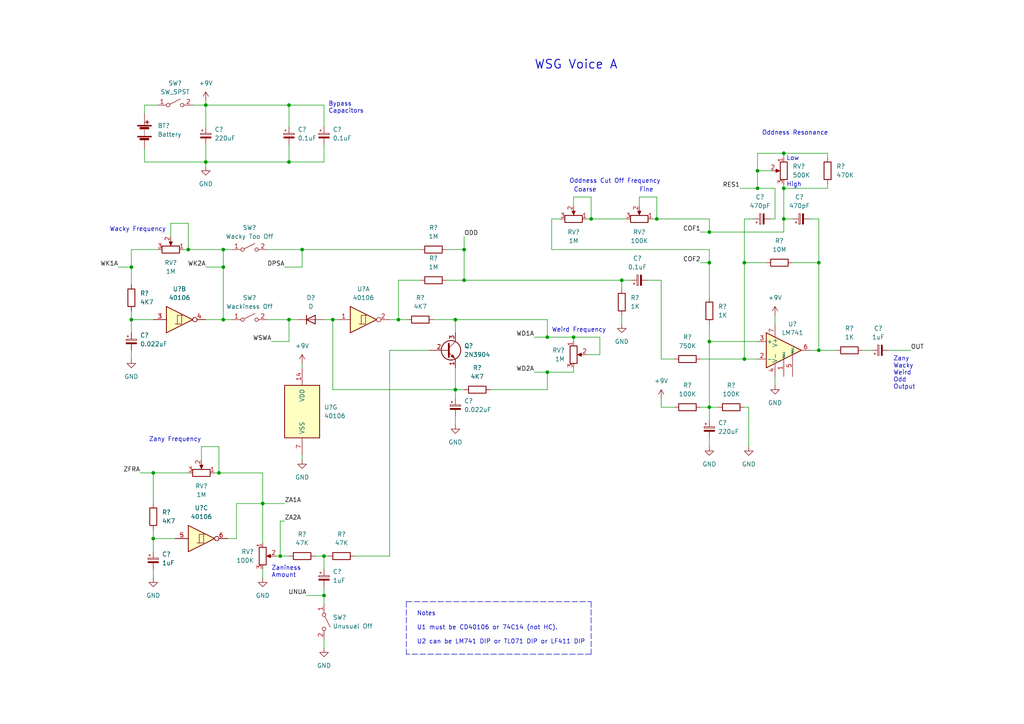
<source format=kicad_sch>
(kicad_sch (version 20211123) (generator eeschema)
  (paper "A4")
  (lib_symbols
    (symbol "4xxx:40106" (pin_names (offset 1.016))
      (property "Reference" "U" (at 0 1.27 0))
      (property "Value" "40106" (at 0 -1.27 0))
      (symbol "40106_1_0"
        (polyline (pts (xy -0.635 -1.27) (xy -0.635 1.27) (xy 0.635 1.27)))
        (polyline (pts (xy -3.81 3.81) (xy -3.81 -3.81) (xy 3.81 0) (xy -3.81 3.81)) (stroke (width 0.254)) (fill (type background)))
        (polyline (pts (xy -1.27 -1.27) (xy 0.635 -1.27) (xy 0.635 1.27) (xy 1.27 1.27)))
        (pin input line (at -7.62 0 0) (length 3.81) (name "~") (number "1"))
        (pin output inverted (at 7.62 0 180) (length 3.81) (name "~") (number "2"))
      )
      (symbol "40106_2_0"
        (polyline (pts (xy -0.635 -1.27) (xy -0.635 1.27) (xy 0.635 1.27)))
        (polyline (pts (xy -3.81 3.81) (xy -3.81 -3.81) (xy 3.81 0) (xy -3.81 3.81)) (stroke (width 0.254)) (fill (type background)))
        (polyline (pts (xy -1.27 -1.27) (xy 0.635 -1.27) (xy 0.635 1.27) (xy 1.27 1.27)))
        (pin input line (at -7.62 0 0) (length 3.81) (name "~") (number "3"))
        (pin output inverted (at 7.62 0 180) (length 3.81) (name "~") (number "4"))
      )
      (symbol "40106_3_0"
        (polyline (pts (xy -0.635 -1.27) (xy -0.635 1.27) (xy 0.635 1.27)))
        (polyline (pts (xy -3.81 3.81) (xy -3.81 -3.81) (xy 3.81 0) (xy -3.81 3.81)) (stroke (width 0.254)) (fill (type background)))
        (polyline (pts (xy -1.27 -1.27) (xy 0.635 -1.27) (xy 0.635 1.27) (xy 1.27 1.27)))
        (pin input line (at -7.62 0 0) (length 3.81) (name "~") (number "5"))
        (pin output inverted (at 7.62 0 180) (length 3.81) (name "~") (number "6"))
      )
      (symbol "40106_4_0"
        (polyline (pts (xy -0.635 -1.27) (xy -0.635 1.27) (xy 0.635 1.27)))
        (polyline (pts (xy -3.81 3.81) (xy -3.81 -3.81) (xy 3.81 0) (xy -3.81 3.81)) (stroke (width 0.254)) (fill (type background)))
        (polyline (pts (xy -1.27 -1.27) (xy 0.635 -1.27) (xy 0.635 1.27) (xy 1.27 1.27)))
        (pin output inverted (at 7.62 0 180) (length 3.81) (name "~") (number "8"))
        (pin input line (at -7.62 0 0) (length 3.81) (name "~") (number "9"))
      )
      (symbol "40106_5_0"
        (polyline (pts (xy -0.635 -1.27) (xy -0.635 1.27) (xy 0.635 1.27)))
        (polyline (pts (xy -3.81 3.81) (xy -3.81 -3.81) (xy 3.81 0) (xy -3.81 3.81)) (stroke (width 0.254)) (fill (type background)))
        (polyline (pts (xy -1.27 -1.27) (xy 0.635 -1.27) (xy 0.635 1.27) (xy 1.27 1.27)))
        (pin output inverted (at 7.62 0 180) (length 3.81) (name "~") (number "10"))
        (pin input line (at -7.62 0 0) (length 3.81) (name "~") (number "11"))
      )
      (symbol "40106_6_0"
        (polyline (pts (xy -0.635 -1.27) (xy -0.635 1.27) (xy 0.635 1.27)))
        (polyline (pts (xy -3.81 3.81) (xy -3.81 -3.81) (xy 3.81 0) (xy -3.81 3.81)) (stroke (width 0.254)) (fill (type background)))
        (polyline (pts (xy -1.27 -1.27) (xy 0.635 -1.27) (xy 0.635 1.27) (xy 1.27 1.27)))
        (pin output inverted (at 7.62 0 180) (length 3.81) (name "~") (number "12"))
        (pin input line (at -7.62 0 0) (length 3.81) (name "~") (number "13"))
      )
      (symbol "40106_7_0"
        (pin power_in line (at 0 12.7 270) (length 5.08) (name "VDD") (number "14"))
        (pin power_in line (at 0 -12.7 90) (length 5.08) (name "VSS") (number "7"))
      )
      (symbol "40106_7_1"
        (rectangle (start -5.08 7.62) (end 5.08 -7.62) (stroke (width 0.254)) (fill (type background)))
      )
    )
    (symbol "Amplifier_Operational:LM741" (pin_names (offset 0.127))
      (property "Reference" "U" (at 0 6.35 0))
      (property "Value" "LM741" (at 0 3.81 0))
      (symbol "LM741_0_1"
        (polyline (pts (xy -5.08 5.08) (xy 5.08 0) (xy -5.08 -5.08) (xy -5.08 5.08)) (stroke (width 0.254)) (fill (type background)))
      )
      (symbol "LM741_1_1"
        (pin input line (at 0 -7.62 90) (length 5.08) (name "NULL") (number "1"))
        (pin input line (at -7.62 -2.54 0) (length 2.54) (name "-") (number "2"))
        (pin input line (at -7.62 2.54 0) (length 2.54) (name "+") (number "3"))
        (pin power_in line (at -2.54 -7.62 90) (length 3.81) (name "V-") (number "4"))
        (pin input line (at 2.54 -7.62 90) (length 6.35) (name "NULL") (number "5"))
        (pin output line (at 7.62 0 180) (length 2.54) (name "~") (number "6"))
        (pin power_in line (at -2.54 7.62 270) (length 3.81) (name "V+") (number "7"))
        (pin no_connect line (at 0 2.54 270) (length 2.54) hide (name "NC") (number "8"))
      )
    )
    (symbol "Device:Battery" (pin_numbers hide) (pin_names (offset 0) hide)
      (property "Reference" "BT" (at 2.54 2.54 0))
      (property "Value" "Battery" (at 2.54 0 0))
      (symbol "Battery_0_1"
        (rectangle (start -2.032 -1.397) (end 2.032 -1.651) (fill (type outline)))
        (rectangle (start -2.032 1.778) (end 2.032 1.524) (fill (type outline)))
        (rectangle (start -1.3208 -1.9812) (end 1.27 -2.4892) (fill (type outline)))
        (rectangle (start -1.3208 1.1938) (end 1.27 0.6858) (fill (type outline)))
        (polyline (pts (xy 0 -1.524) (xy 0 -1.27)))
        (polyline (pts (xy 0 -1.016) (xy 0 -0.762)))
        (polyline (pts (xy 0 -0.508) (xy 0 -0.254)))
        (polyline (pts (xy 0 0) (xy 0 0.254)))
        (polyline (pts (xy 0 0.508) (xy 0 0.762)))
        (polyline (pts (xy 0 1.778) (xy 0 2.54)))
        (polyline (pts (xy 0.254 2.667) (xy 1.27 2.667)) (stroke (width 0.254)))
        (polyline (pts (xy 0.762 3.175) (xy 0.762 2.159)) (stroke (width 0.254)))
      )
      (symbol "Battery_1_1"
        (pin passive line (at 0 5.08 270) (length 2.54) (name "+") (number "1"))
        (pin passive line (at 0 -5.08 90) (length 2.54) (name "-") (number "2"))
      )
    )
    (symbol "Device:C_Polarized_Small" (pin_numbers hide) (pin_names (offset 0.254) hide)
      (property "Reference" "C" (at 0.254 1.778 0))
      (property "Value" "C_Polarized_Small" (at 0.254 -2.032 0))
      (symbol "C_Polarized_Small_0_1"
        (rectangle (start -1.524 -0.3048) (end 1.524 -0.6858) (fill (type outline)))
        (rectangle (start -1.524 0.6858) (end 1.524 0.3048))
        (polyline (pts (xy -1.27 1.524) (xy -0.762 1.524)))
        (polyline (pts (xy -1.016 1.27) (xy -1.016 1.778)))
      )
      (symbol "C_Polarized_Small_1_1"
        (pin passive line (at 0 2.54 270) (length 1.8542) (name "~") (number "1"))
        (pin passive line (at 0 -2.54 90) (length 1.8542) (name "~") (number "2"))
      )
    )
    (symbol "Device:D" (pin_numbers hide) (pin_names (offset 1.016) hide)
      (property "Reference" "D" (at 0 2.54 0))
      (property "Value" "D" (at 0 -2.54 0))
      (symbol "D_0_1"
        (polyline (pts (xy -1.27 1.27) (xy -1.27 -1.27)) (stroke (width 0.254)))
        (polyline (pts (xy 1.27 0) (xy -1.27 0)))
        (polyline (pts (xy 1.27 1.27) (xy 1.27 -1.27) (xy -1.27 0) (xy 1.27 1.27)) (stroke (width 0.254)))
      )
      (symbol "D_1_1"
        (pin passive line (at -3.81 0 0) (length 2.54) (name "K") (number "1"))
        (pin passive line (at 3.81 0 180) (length 2.54) (name "A") (number "2"))
      )
    )
    (symbol "Device:R" (pin_numbers hide) (pin_names (offset 0))
      (property "Reference" "R" (at 2.032 0 90))
      (property "Value" "R" (at 0 0 90))
      (symbol "R_0_1"
        (rectangle (start -1.016 -2.54) (end 1.016 2.54) (stroke (width 0.254)))
      )
      (symbol "R_1_1"
        (pin passive line (at 0 3.81 270) (length 1.27) (name "~") (number "1"))
        (pin passive line (at 0 -3.81 90) (length 1.27) (name "~") (number "2"))
      )
    )
    (symbol "Device:R_Potentiometer" (pin_names (offset 1.016) hide)
      (property "Reference" "RV" (at -4.445 0 90))
      (property "Value" "R_Potentiometer" (at -2.54 0 90))
      (symbol "R_Potentiometer_0_1"
        (polyline (pts (xy 2.54 0) (xy 1.524 0)))
        (polyline (pts (xy 1.143 0) (xy 2.286 0.508) (xy 2.286 -0.508) (xy 1.143 0)) (fill (type outline)))
        (rectangle (start 1.016 2.54) (end -1.016 -2.54) (stroke (width 0.254)))
      )
      (symbol "R_Potentiometer_1_1"
        (pin passive line (at 0 3.81 270) (length 1.27) (name "1") (number "1"))
        (pin passive line (at 3.81 0 180) (length 1.27) (name "2") (number "2"))
        (pin passive line (at 0 -3.81 90) (length 1.27) (name "3") (number "3"))
      )
    )
    (symbol "Switch:SW_SPST" (pin_names (offset 0) hide)
      (property "Reference" "SW" (at 0 3.175 0))
      (property "Value" "SW_SPST" (at 0 -2.54 0))
      (symbol "SW_SPST_0_0"
        (circle (center -2.032 0) (radius 0.508))
        (polyline (pts (xy -1.524 0.254) (xy 1.524 1.778)))
        (circle (center 2.032 0) (radius 0.508))
      )
      (symbol "SW_SPST_1_1"
        (pin passive line (at -5.08 0 0) (length 2.54) (name "A") (number "1"))
        (pin passive line (at 5.08 0 180) (length 2.54) (name "B") (number "2"))
      )
    )
    (symbol "Transistor_BJT:2N3904" (pin_names (offset 0) hide)
      (property "Reference" "Q" (at 5.08 1.905 0))
      (property "Value" "2N3904" (at 5.08 0 0))
      (symbol "2N3904_0_1"
        (polyline (pts (xy 0.635 0.635) (xy 2.54 2.54)))
        (polyline (pts (xy 0.635 -0.635) (xy 2.54 -2.54) (xy 2.54 -2.54)))
        (polyline (pts (xy 0.635 1.905) (xy 0.635 -1.905) (xy 0.635 -1.905)) (stroke (width 0.508)))
        (polyline (pts (xy 1.27 -1.778) (xy 1.778 -1.27) (xy 2.286 -2.286) (xy 1.27 -1.778) (xy 1.27 -1.778)) (fill (type outline)))
        (circle (center 1.27 0) (radius 2.8194) (stroke (width 0.254)))
      )
      (symbol "2N3904_1_1"
        (pin passive line (at 2.54 -5.08 90) (length 2.54) (name "E") (number "1"))
        (pin passive line (at -5.08 0 0) (length 5.715) (name "B") (number "2"))
        (pin passive line (at 2.54 5.08 270) (length 2.54) (name "C") (number "3"))
      )
    )
    (symbol "power:+9V" (power) (pin_names (offset 0))
      (property "Value" "+9V" (at 0 3.556 0))
      (symbol "+9V_0_1"
        (polyline (pts (xy -0.762 1.27) (xy 0 2.54)))
        (polyline (pts (xy 0 0) (xy 0 2.54)))
        (polyline (pts (xy 0 2.54) (xy 0.762 1.27)))
      )
      (symbol "+9V_1_1"
        (pin power_in line (at 0 0 90) (length 0) hide (name "+9V") (number "1"))
      )
    )
    (symbol "power:GND" (power) (pin_names (offset 0))
      (property "Value" "GND" (at 0 -3.81 0))
      (symbol "GND_0_1"
        (polyline (pts (xy 0 0) (xy 0 -1.27) (xy 1.27 -1.27) (xy 0 -2.54) (xy -1.27 -1.27) (xy 0 -1.27)))
      )
      (symbol "GND_1_1"
        (pin power_in line (at 0 0 270) (length 0) hide (name "GND") (number "1"))
      )
    )
  )
  (junction (at 83.82 46.99))
  (junction (at 180.34 81.28))
  (junction (at 44.45 156.21))
  (junction (at 76.2 146.05))
  (junction (at 115.57 92.71))
  (junction (at 158.75 107.95))
  (junction (at 93.98 161.29))
  (junction (at 64.77 92.71))
  (junction (at 237.49 76.2))
  (junction (at 227.33 44.45))
  (junction (at 227.33 63.5))
  (junction (at 158.75 97.79))
  (junction (at 38.1 92.71))
  (junction (at 83.82 30.48))
  (junction (at 63.5 137.16))
  (junction (at 87.63 72.39))
  (junction (at 96.52 92.71))
  (junction (at 166.37 97.79))
  (junction (at 171.45 63.5))
  (junction (at 59.69 46.99))
  (junction (at 205.74 67.31))
  (junction (at 64.77 72.39))
  (junction (at 93.98 172.72))
  (junction (at 81.28 161.29))
  (junction (at 227.33 54.61))
  (junction (at 132.08 92.71))
  (junction (at 219.71 54.61))
  (junction (at 134.62 81.28))
  (junction (at 190.5 63.5))
  (junction (at 205.74 118.11))
  (junction (at 44.45 137.16))
  (junction (at 83.82 92.71))
  (junction (at 132.08 113.03))
  (junction (at 219.71 49.53))
  (junction (at 59.69 30.48))
  (junction (at 54.61 72.39))
  (junction (at 215.9 104.14))
  (junction (at 134.62 72.39))
  (junction (at 64.77 77.47))
  (junction (at 237.49 101.6))
  (junction (at 215.9 76.2))
  (junction (at 205.74 99.06))
  (junction (at 38.1 77.47))
  (junction (at 205.74 76.2))
  (wire (pts (xy 187.96 81.28) (xy 191.77 81.28)))
  (wire (pts (xy 78.74 99.06) (xy 83.82 99.06)))
  (wire (pts (xy 38.1 72.39) (xy 38.1 77.47)))
  (wire (pts (xy 171.45 63.5) (xy 171.45 57.15)))
  (wire (pts (xy 83.82 30.48) (xy 93.98 30.48)))
  (wire (pts (xy 81.28 161.29) (xy 81.28 151.13)))
  (wire (pts (xy 38.1 101.6) (xy 38.1 104.14)))
  (wire (pts (xy 124.46 101.6) (xy 113.03 101.6)))
  (wire (pts (xy 170.18 63.5) (xy 171.45 63.5)))
  (wire (pts (xy 63.5 137.16) (xy 62.23 137.16)))
  (wire (pts (xy 76.2 165.1) (xy 76.2 167.64)))
  (wire (pts (xy 68.58 156.21) (xy 68.58 146.05)))
  (wire (pts (xy 81.28 151.13) (xy 82.55 151.13)))
  (wire (pts (xy 205.74 99.06) (xy 219.71 99.06)))
  (wire (pts (xy 76.2 146.05) (xy 76.2 157.48)))
  (wire (pts (xy 234.95 63.5) (xy 237.49 63.5)))
  (wire (pts (xy 41.91 46.99) (xy 41.91 43.18)))
  (wire (pts (xy 93.98 161.29) (xy 93.98 165.1)))
  (wire (pts (xy 125.73 92.71) (xy 132.08 92.71)))
  (wire (pts (xy 240.03 54.61) (xy 227.33 54.61)))
  (wire (pts (xy 166.37 107.95) (xy 166.37 106.68)))
  (wire (pts (xy 219.71 49.53) (xy 223.52 49.53)))
  (wire (pts (xy 154.94 97.79) (xy 158.75 97.79)))
  (wire (pts (xy 41.91 33.02) (xy 41.91 30.48)))
  (wire (pts (xy 96.52 113.03) (xy 132.08 113.03)))
  (wire (pts (xy 49.53 64.77) (xy 49.53 68.58)))
  (wire (pts (xy 203.2 118.11) (xy 205.74 118.11)))
  (wire (pts (xy 58.42 129.54) (xy 58.42 133.35)))
  (wire (pts (xy 205.74 127) (xy 205.74 129.54)))
  (wire (pts (xy 203.2 76.2) (xy 205.74 76.2)))
  (wire (pts (xy 166.37 97.79) (xy 166.37 99.06)))
  (wire (pts (xy 113.03 92.71) (xy 115.57 92.71)))
  (wire (pts (xy 38.1 90.17) (xy 38.1 92.71)))
  (wire (pts (xy 158.75 113.03) (xy 158.75 107.95)))
  (wire (pts (xy 191.77 118.11) (xy 195.58 118.11)))
  (wire (pts (xy 160.02 72.39) (xy 205.74 72.39)))
  (wire (pts (xy 81.28 161.29) (xy 83.82 161.29)))
  (wire (pts (xy 64.77 92.71) (xy 64.77 77.47)))
  (wire (pts (xy 96.52 92.71) (xy 97.79 92.71)))
  (wire (pts (xy 189.23 63.5) (xy 190.5 63.5)))
  (wire (pts (xy 205.74 76.2) (xy 205.74 86.36)))
  (wire (pts (xy 205.74 72.39) (xy 205.74 76.2)))
  (wire (pts (xy 59.69 30.48) (xy 59.69 36.83)))
  (wire (pts (xy 64.77 72.39) (xy 67.31 72.39)))
  (wire (pts (xy 227.33 54.61) (xy 227.33 63.5)))
  (wire (pts (xy 219.71 44.45) (xy 219.71 49.53)))
  (wire (pts (xy 54.61 72.39) (xy 54.61 64.77)))
  (wire (pts (xy 190.5 57.15) (xy 185.42 57.15)))
  (wire (pts (xy 93.98 92.71) (xy 96.52 92.71)))
  (wire (pts (xy 59.69 30.48) (xy 83.82 30.48)))
  (wire (pts (xy 80.01 161.29) (xy 81.28 161.29)))
  (wire (pts (xy 237.49 101.6) (xy 242.57 101.6)))
  (wire (pts (xy 34.29 77.47) (xy 38.1 77.47)))
  (wire (pts (xy 219.71 54.61) (xy 224.79 54.61)))
  (wire (pts (xy 115.57 81.28) (xy 121.92 81.28)))
  (wire (pts (xy 191.77 81.28) (xy 191.77 104.14)))
  (wire (pts (xy 191.77 115.57) (xy 191.77 118.11)))
  (wire (pts (xy 113.03 101.6) (xy 113.03 161.29)))
  (wire (pts (xy 215.9 76.2) (xy 222.25 76.2)))
  (wire (pts (xy 132.08 113.03) (xy 132.08 106.68)))
  (wire (pts (xy 93.98 170.18) (xy 93.98 172.72)))
  (wire (pts (xy 83.82 92.71) (xy 86.36 92.71)))
  (wire (pts (xy 129.54 72.39) (xy 134.62 72.39)))
  (wire (pts (xy 203.2 67.31) (xy 205.74 67.31)))
  (wire (pts (xy 38.1 92.71) (xy 44.45 92.71)))
  (wire (pts (xy 77.47 92.71) (xy 83.82 92.71)))
  (wire (pts (xy 59.69 29.21) (xy 59.69 30.48)))
  (wire (pts (xy 224.79 54.61) (xy 224.79 63.5)))
  (wire (pts (xy 240.03 44.45) (xy 240.03 45.72)))
  (wire (pts (xy 59.69 46.99) (xy 59.69 48.26)))
  (wire (pts (xy 171.45 63.5) (xy 181.61 63.5)))
  (wire (pts (xy 134.62 81.28) (xy 180.34 81.28)))
  (wire (pts (xy 59.69 41.91) (xy 59.69 46.99)))
  (wire (pts (xy 224.79 63.5) (xy 223.52 63.5)))
  (wire (pts (xy 38.1 77.47) (xy 38.1 82.55)))
  (wire (pts (xy 54.61 64.77) (xy 49.53 64.77)))
  (wire (pts (xy 44.45 156.21) (xy 50.8 156.21)))
  (wire (pts (xy 170.18 102.87) (xy 173.99 102.87)))
  (wire (pts (xy 215.9 63.5) (xy 215.9 76.2)))
  (wire (pts (xy 45.72 72.39) (xy 38.1 72.39)))
  (wire (pts (xy 250.19 101.6) (xy 252.73 101.6)))
  (wire (pts (xy 227.33 63.5) (xy 229.87 63.5)))
  (wire (pts (xy 64.77 72.39) (xy 64.77 77.47)))
  (wire (pts (xy 237.49 76.2) (xy 237.49 101.6)))
  (wire (pts (xy 88.9 172.72) (xy 93.98 172.72)))
  (wire (pts (xy 93.98 41.91) (xy 93.98 46.99)))
  (wire (pts (xy 132.08 92.71) (xy 132.08 96.52)))
  (wire (pts (xy 44.45 153.67) (xy 44.45 156.21)))
  (wire (pts (xy 215.9 118.11) (xy 217.17 118.11)))
  (wire (pts (xy 191.77 104.14) (xy 195.58 104.14)))
  (wire (pts (xy 227.33 54.61) (xy 227.33 53.34)))
  (wire (pts (xy 68.58 146.05) (xy 76.2 146.05)))
  (wire (pts (xy 76.2 137.16) (xy 76.2 146.05)))
  (wire (pts (xy 93.98 30.48) (xy 93.98 36.83)))
  (wire (pts (xy 224.79 109.22) (xy 224.79 111.76)))
  (polyline (pts (xy 117.856 174.498) (xy 171.45 174.498)))
  (wire (pts (xy 76.2 146.05) (xy 82.55 146.05)))
  (wire (pts (xy 44.45 156.21) (xy 44.45 160.02)))
  (wire (pts (xy 82.55 77.47) (xy 87.63 77.47)))
  (wire (pts (xy 59.69 46.99) (xy 41.91 46.99)))
  (wire (pts (xy 54.61 72.39) (xy 64.77 72.39)))
  (wire (pts (xy 237.49 76.2) (xy 229.87 76.2)))
  (wire (pts (xy 134.62 68.58) (xy 134.62 72.39)))
  (wire (pts (xy 166.37 57.15) (xy 166.37 59.69)))
  (polyline (pts (xy 117.856 174.498) (xy 117.856 189.738)))
  (wire (pts (xy 87.63 72.39) (xy 87.63 77.47)))
  (wire (pts (xy 240.03 53.34) (xy 240.03 54.61)))
  (wire (pts (xy 227.33 44.45) (xy 219.71 44.45)))
  (wire (pts (xy 132.08 120.65) (xy 132.08 123.19)))
  (wire (pts (xy 63.5 137.16) (xy 63.5 129.54)))
  (wire (pts (xy 44.45 137.16) (xy 44.45 146.05)))
  (wire (pts (xy 158.75 97.79) (xy 166.37 97.79)))
  (wire (pts (xy 171.45 57.15) (xy 166.37 57.15)))
  (wire (pts (xy 219.71 49.53) (xy 219.71 54.61)))
  (wire (pts (xy 113.03 161.29) (xy 102.87 161.29)))
  (wire (pts (xy 93.98 46.99) (xy 83.82 46.99)))
  (wire (pts (xy 158.75 92.71) (xy 158.75 97.79)))
  (wire (pts (xy 218.44 63.5) (xy 215.9 63.5)))
  (wire (pts (xy 64.77 92.71) (xy 67.31 92.71)))
  (wire (pts (xy 215.9 104.14) (xy 219.71 104.14)))
  (wire (pts (xy 190.5 63.5) (xy 190.5 57.15)))
  (polyline (pts (xy 171.45 174.498) (xy 171.45 189.738)))
  (wire (pts (xy 63.5 137.16) (xy 76.2 137.16)))
  (wire (pts (xy 205.74 67.31) (xy 227.33 67.31)))
  (wire (pts (xy 44.45 165.1) (xy 44.45 167.64)))
  (wire (pts (xy 234.95 101.6) (xy 237.49 101.6)))
  (wire (pts (xy 132.08 113.03) (xy 132.08 115.57)))
  (wire (pts (xy 257.81 101.6) (xy 264.16 101.6)))
  (wire (pts (xy 205.74 93.98) (xy 205.74 99.06)))
  (wire (pts (xy 132.08 92.71) (xy 158.75 92.71)))
  (wire (pts (xy 93.98 185.42) (xy 93.98 187.96)))
  (wire (pts (xy 205.74 118.11) (xy 205.74 121.92)))
  (wire (pts (xy 87.63 72.39) (xy 121.92 72.39)))
  (wire (pts (xy 132.08 113.03) (xy 134.62 113.03)))
  (wire (pts (xy 205.74 63.5) (xy 205.74 67.31)))
  (wire (pts (xy 115.57 92.71) (xy 115.57 81.28)))
  (wire (pts (xy 180.34 81.28) (xy 182.88 81.28)))
  (wire (pts (xy 237.49 63.5) (xy 237.49 76.2)))
  (wire (pts (xy 180.34 81.28) (xy 180.34 83.82)))
  (wire (pts (xy 91.44 161.29) (xy 93.98 161.29)))
  (wire (pts (xy 93.98 161.29) (xy 95.25 161.29)))
  (wire (pts (xy 205.74 99.06) (xy 205.74 118.11)))
  (wire (pts (xy 83.82 46.99) (xy 59.69 46.99)))
  (wire (pts (xy 158.75 107.95) (xy 166.37 107.95)))
  (wire (pts (xy 142.24 113.03) (xy 158.75 113.03)))
  (wire (pts (xy 227.33 63.5) (xy 227.33 67.31)))
  (wire (pts (xy 115.57 92.71) (xy 118.11 92.71)))
  (wire (pts (xy 205.74 118.11) (xy 208.28 118.11)))
  (wire (pts (xy 227.33 44.45) (xy 240.03 44.45)))
  (wire (pts (xy 63.5 129.54) (xy 58.42 129.54)))
  (wire (pts (xy 54.61 72.39) (xy 53.34 72.39)))
  (wire (pts (xy 83.82 92.71) (xy 83.82 99.06)))
  (wire (pts (xy 87.63 132.08) (xy 87.63 133.35)))
  (wire (pts (xy 173.99 97.79) (xy 166.37 97.79)))
  (wire (pts (xy 215.9 76.2) (xy 215.9 104.14)))
  (wire (pts (xy 96.52 92.71) (xy 96.52 113.03)))
  (wire (pts (xy 66.04 156.21) (xy 68.58 156.21)))
  (wire (pts (xy 93.98 172.72) (xy 93.98 175.26)))
  (wire (pts (xy 41.91 30.48) (xy 45.72 30.48)))
  (wire (pts (xy 59.69 77.47) (xy 64.77 77.47)))
  (wire (pts (xy 185.42 57.15) (xy 185.42 59.69)))
  (wire (pts (xy 38.1 92.71) (xy 38.1 96.52)))
  (wire (pts (xy 44.45 137.16) (xy 54.61 137.16)))
  (wire (pts (xy 162.56 63.5) (xy 160.02 63.5)))
  (wire (pts (xy 160.02 63.5) (xy 160.02 72.39)))
  (wire (pts (xy 190.5 63.5) (xy 205.74 63.5)))
  (polyline (pts (xy 171.45 189.738) (xy 117.856 189.738)))
  (wire (pts (xy 55.88 30.48) (xy 59.69 30.48)))
  (wire (pts (xy 227.33 45.72) (xy 227.33 44.45)))
  (wire (pts (xy 59.69 92.71) (xy 64.77 92.71)))
  (wire (pts (xy 154.94 107.95) (xy 158.75 107.95)))
  (wire (pts (xy 180.34 91.44) (xy 180.34 93.98)))
  (wire (pts (xy 217.17 118.11) (xy 217.17 129.54)))
  (wire (pts (xy 214.63 54.61) (xy 219.71 54.61)))
  (wire (pts (xy 83.82 41.91) (xy 83.82 46.99)))
  (wire (pts (xy 224.79 91.44) (xy 224.79 93.98)))
  (wire (pts (xy 83.82 30.48) (xy 83.82 36.83)))
  (wire (pts (xy 173.99 102.87) (xy 173.99 97.79)))
  (wire (pts (xy 77.47 72.39) (xy 87.63 72.39)))
  (wire (pts (xy 203.2 104.14) (xy 215.9 104.14)))
  (wire (pts (xy 87.63 105.41) (xy 87.63 106.68)))
  (wire (pts (xy 129.54 81.28) (xy 134.62 81.28)))
  (wire (pts (xy 134.62 81.28) (xy 134.62 72.39)))
  (wire (pts (xy 40.64 137.16) (xy 44.45 137.16)))
  (text "High" (at 228.092 54.356 0) (effects (font (size 1.27 1.27)) (justify left bottom)))
  (text "Low" (at 228.092 46.736 0) (effects (font (size 1.27 1.27)) (justify left bottom)))
  (text "Notes\n\nU1 must be CD40106 or 74C14 (not HC).\n\nU2 can be LM741 DIP or TL071 DIP or LF411 DIP" (at 120.904 186.944 0) (effects (font (size 1.27 1.27)) (justify left bottom)))
  (text "WSG Voice A" (at 154.94 20.32 0) (effects (font (size 2.54 2.54) (thickness 0.254) bold) (justify left bottom)))
  (text "Zany\nWacky\nWeird\nOdd\nOutput" (at 259.08 113.03 0) (effects (font (size 1.27 1.27)) (justify left bottom)))
  (text "Oddness Cut Off Frequency" (at 165.1 53.34 0) (effects (font (size 1.27 1.27)) (justify left bottom)))
  (text "Weird Frequency" (at 160.02 96.52 0) (effects (font (size 1.27 1.27)) (justify left bottom)))
  (text "Bypass\nCapacitors" (at 95.25 33.02 0) (effects (font (size 1.27 1.27)) (justify left bottom)))
  (text "Zaniness\nAmount" (at 78.74 167.64 0) (effects (font (size 1.27 1.27)) (justify left bottom)))
  (text "Fine" (at 185.42 55.88 0) (effects (font (size 1.27 1.27)) (justify left bottom)))
  (text "Oddness Resonance" (at 220.98 39.37 0) (effects (font (size 1.27 1.27)) (justify left bottom)))
  (text "Coarse" (at 166.37 55.88 0) (effects (font (size 1.27 1.27)) (justify left bottom)))
  (text "Wacky Frequency" (at 31.75 67.31 0) (effects (font (size 1.27 1.27)) (justify left bottom)))
  (text "Zany Frequency" (at 43.18 128.27 0) (effects (font (size 1.27 1.27)) (justify left bottom)))
  (label "WK1A" (at 34.29 77.47 180))
  (label "UNUA" (at 88.9 172.72 180))
  (label "WK2A" (at 59.69 77.47 180))
  (label "RES1" (at 214.63 54.61 180))
  (label "ZA2A" (at 82.55 151.13 0))
  (label "ODD" (at 134.62 68.58 0))
  (label "DPSA" (at 82.55 77.47 180))
  (label "ZA1A" (at 82.55 146.05 0))
  (label "COF1" (at 203.2 67.31 180))
  (label "WD1A" (at 154.94 97.79 180))
  (label "OUT" (at 264.16 101.6 0))
  (label "ZFRA" (at 40.64 137.16 180))
  (label "WSWA" (at 78.74 99.06 180))
  (label "WD2A" (at 154.94 107.95 180))
  (label "COF2" (at 203.2 76.2 180))
  (symbol (lib_id "power:GND") (at 217.17 129.54 0) (unit 1)
    (property "Reference" "#PWR?" (effects hide))
    (property "Value" "GND" (at 217.17 134.62 0))
  )
  (symbol (lib_id "Device:D") (at 90.17 92.71 0) (unit 1)
    (property "Reference" "D?" (at 90.17 86.36 0))
    (property "Value" "D" (at 90.17 88.9 0))
  )
  (symbol (lib_id "power:GND") (at 180.34 93.98 0) (unit 1)
    (property "Reference" "#PWR?" (effects hide))
    (property "Value" "GND" (at 180.34 99.06 0))
  )
  (symbol (lib_id "Amplifier_Operational:LM741") (at 227.33 101.6 0) (unit 1)
    (property "Reference" "U?" (at 229.87 93.98 0))
    (property "Value" "LM741" (at 229.87 96.52 0))
    (property "Datasheet" "http://www.ti.com/lit/ds/symlink/lm741.pdf" (effects hide))
  )
  (symbol (lib_id "Device:R") (at 138.43 113.03 90) (unit 1)
    (property "Reference" "R?" (at 138.43 106.68 90))
    (property "Value" "4K7" (at 138.43 109.22 90))
  )
  (symbol (lib_id "Device:C_Polarized_Small") (at 185.42 81.28 90) (unit 1)
    (property "Reference" "C?" (at 184.8739 74.93 90))
    (property "Value" "0.1uF" (at 184.8739 77.47 90))
  )
  (symbol (lib_id "Switch:SW_SPST") (at 93.98 180.34 270) (unit 1)
    (property "Reference" "SW?" (at 96.52 179.0699 90) (effects (justify left)))
    (property "Value" "Unusual Off" (at 96.52 181.6099 90) (effects (justify left)))
  )
  (symbol (lib_id "4xxx:40106") (at 52.07 92.71 0) (unit 2)
    (property "Reference" "U?" (at 52.07 83.82 0))
    (property "Value" "40106" (at 52.07 86.36 0))
    (property "Datasheet" "https://assets.nexperia.com/documents/data-sheet/HEF40106B.pdf" (effects hide))
  )
  (symbol (lib_id "Device:R") (at 180.34 87.63 0) (unit 1)
    (property "Reference" "R?" (at 182.88 86.3599 0) (effects (justify left)))
    (property "Value" "1K" (at 182.88 88.8999 0) (effects (justify left)))
  )
  (symbol (lib_id "4xxx:40106") (at 105.41 92.71 0) (unit 1)
    (property "Reference" "U?" (at 105.41 83.82 0))
    (property "Value" "40106" (at 105.41 86.36 0))
    (property "Datasheet" "https://assets.nexperia.com/documents/data-sheet/HEF40106B.pdf" (effects hide))
  )
  (symbol (lib_id "Device:R") (at 212.09 118.11 90) (unit 1)
    (property "Reference" "R?" (at 212.09 111.76 90))
    (property "Value" "100K" (at 212.09 114.3 90))
  )
  (symbol (lib_id "Device:R_Potentiometer") (at 185.42 63.5 270) (mirror x) (unit 1)
    (property "Reference" "RV?" (at 185.42 67.31 90))
    (property "Value" "100K" (at 185.42 69.85 90))
  )
  (symbol (lib_id "power:GND") (at 224.79 111.76 0) (unit 1)
    (property "Reference" "#PWR?" (effects hide))
    (property "Value" "GND" (at 224.79 116.84 0))
  )
  (symbol (lib_id "Device:R_Potentiometer") (at 166.37 63.5 270) (mirror x) (unit 1)
    (property "Reference" "RV?" (at 166.37 67.31 90))
    (property "Value" "1M" (at 166.37 69.85 90))
  )
  (symbol (lib_id "Device:C_Polarized_Small") (at 132.08 118.11 0) (unit 1)
    (property "Reference" "C?" (at 134.62 116.2938 0) (effects (justify left)))
    (property "Value" "0.022uF" (at 134.62 118.8338 0) (effects (justify left)))
  )
  (symbol (lib_id "Device:R") (at 87.63 161.29 90) (unit 1)
    (property "Reference" "R?" (at 87.63 154.94 90))
    (property "Value" "47K" (at 87.63 157.48 90))
  )
  (symbol (lib_id "Device:R") (at 99.06 161.29 90) (unit 1)
    (property "Reference" "R?" (at 99.06 154.94 90))
    (property "Value" "47K" (at 99.06 157.48 90))
  )
  (symbol (lib_id "4xxx:40106") (at 87.63 119.38 0) (unit 7)
    (property "Reference" "U?" (at 93.98 118.1099 0) (effects (justify left)))
    (property "Value" "40106" (at 93.98 120.6499 0) (effects (justify left)))
    (property "Datasheet" "https://assets.nexperia.com/documents/data-sheet/HEF40106B.pdf" (effects hide))
  )
  (symbol (lib_id "power:GND") (at 87.63 133.35 0) (unit 1)
    (property "Reference" "#PWR?" (effects hide))
    (property "Value" "GND" (at 87.63 138.43 0))
  )
  (symbol (lib_id "Device:R_Potentiometer") (at 58.42 137.16 270) (mirror x) (unit 1)
    (property "Reference" "RV?" (at 58.42 140.97 90))
    (property "Value" "1M" (at 58.42 143.51 90))
  )
  (symbol (lib_id "Device:R") (at 125.73 72.39 90) (unit 1)
    (property "Reference" "R?" (at 125.73 66.04 90))
    (property "Value" "1M" (at 125.73 68.58 90))
  )
  (symbol (lib_id "Device:R") (at 125.73 81.28 90) (unit 1)
    (property "Reference" "R?" (at 125.73 74.93 90))
    (property "Value" "1M" (at 125.73 77.47 90))
  )
  (symbol (lib_id "Device:R_Potentiometer") (at 49.53 72.39 270) (mirror x) (unit 1)
    (property "Reference" "RV?" (at 49.53 76.2 90))
    (property "Value" "1M" (at 49.53 78.74 90))
  )
  (symbol (lib_id "power:GND") (at 38.1 104.14 0) (unit 1)
    (property "Reference" "#PWR?" (effects hide))
    (property "Value" "GND" (at 38.1 109.22 0))
  )
  (symbol (lib_id "Device:R_Potentiometer") (at 166.37 102.87 0) (unit 1)
    (property "Reference" "RV?" (at 163.83 101.5999 0) (effects (justify right)))
    (property "Value" "1M" (at 163.83 104.1399 0) (effects (justify right)))
  )
  (symbol (lib_id "Transistor_BJT:2N3904") (at 129.54 101.6 0) (unit 1)
    (property "Reference" "Q?" (at 134.62 100.3299 0) (effects (justify left)))
    (property "Value" "2N3904" (at 134.62 102.8699 0) (effects (justify left)))
    (property "Footprint" "Package_TO_SOT_THT:TO-92_Inline" (effects hide))
    (property "Datasheet" "https://www.onsemi.com/pub/Collateral/2N3903-D.PDF" (effects hide))
  )
  (symbol (lib_id "power:GND") (at 205.74 129.54 0) (unit 1)
    (property "Reference" "#PWR?" (effects hide))
    (property "Value" "GND" (at 205.74 134.62 0))
  )
  (symbol (lib_id "Device:R") (at 199.39 118.11 90) (unit 1)
    (property "Reference" "R?" (at 199.39 111.76 90))
    (property "Value" "100K" (at 199.39 114.3 90))
  )
  (symbol (lib_id "Device:R") (at 38.1 86.36 0) (unit 1)
    (property "Reference" "R?" (at 40.64 85.0899 0) (effects (justify left)))
    (property "Value" "4K7" (at 40.64 87.6299 0) (effects (justify left)))
  )
  (symbol (lib_id "Device:R") (at 226.06 76.2 90) (unit 1)
    (property "Reference" "R?" (at 226.06 69.85 90))
    (property "Value" "10M" (at 226.06 72.39 90))
  )
  (symbol (lib_id "Device:R") (at 199.39 104.14 90) (unit 1)
    (property "Reference" "R?" (at 199.39 97.79 90))
    (property "Value" "750K" (at 199.39 100.33 90))
  )
  (symbol (lib_id "Device:R") (at 205.74 90.17 0) (unit 1)
    (property "Reference" "R?" (at 208.28 88.8999 0) (effects (justify left)))
    (property "Value" "1K" (at 208.28 91.4399 0) (effects (justify left)))
  )
  (symbol (lib_id "Device:C_Polarized_Small") (at 205.74 124.46 0) (unit 1)
    (property "Reference" "C?" (at 208.28 122.6438 0) (effects (justify left)))
    (property "Value" "220uF" (at 208.28 125.1838 0) (effects (justify left)))
  )
  (symbol (lib_id "power:+9V") (at 191.77 115.57 0) (unit 1)
    (property "Reference" "#PWR?" (effects hide))
    (property "Value" "+9V" (at 191.77 110.49 0))
  )
  (symbol (lib_id "Device:R_Potentiometer") (at 227.33 49.53 0) (mirror y) (unit 1)
    (property "Reference" "RV?" (at 229.87 48.2599 0) (effects (justify right)))
    (property "Value" "500K" (at 229.87 50.7999 0) (effects (justify right)))
  )
  (symbol (lib_id "power:GND") (at 59.69 48.26 0) (unit 1)
    (property "Reference" "#PWR?" (effects hide))
    (property "Value" "GND" (at 59.69 53.34 0))
  )
  (symbol (lib_id "Device:C_Polarized_Small") (at 59.69 39.37 0) (unit 1)
    (property "Reference" "C?" (at 62.23 37.5538 0) (effects (justify left)))
    (property "Value" "220uF" (at 62.23 40.0938 0) (effects (justify left)))
  )
  (symbol (lib_id "power:GND") (at 93.98 187.96 0) (unit 1)
    (property "Reference" "#PWR?" (effects hide))
    (property "Value" "GND" (at 93.98 193.04 0))
  )
  (symbol (lib_id "Device:R") (at 246.38 101.6 90) (unit 1)
    (property "Reference" "R?" (at 246.38 95.25 90))
    (property "Value" "1K" (at 246.38 97.79 90))
  )
  (symbol (lib_id "Switch:SW_SPST") (at 72.39 72.39 0) (unit 1)
    (property "Reference" "SW?" (at 72.39 66.04 0))
    (property "Value" "Wacky Too Off" (at 72.39 68.58 0))
  )
  (symbol (lib_id "Device:C_Polarized_Small") (at 38.1 99.06 0) (unit 1)
    (property "Reference" "C?" (at 40.64 97.2438 0) (effects (justify left)))
    (property "Value" "0.022uF" (at 40.64 99.7838 0) (effects (justify left)))
  )
  (symbol (lib_id "Device:C_Polarized_Small") (at 44.45 162.56 0) (unit 1)
    (property "Reference" "C?" (at 46.99 160.7438 0) (effects (justify left)))
    (property "Value" "1uF" (at 46.99 163.2838 0) (effects (justify left)))
  )
  (symbol (lib_id "Device:C_Polarized_Small") (at 220.98 63.5 90) (unit 1)
    (property "Reference" "C?" (at 220.4339 57.15 90))
    (property "Value" "470pF" (at 220.4339 59.69 90))
  )
  (symbol (lib_id "Device:C_Polarized_Small") (at 232.41 63.5 90) (unit 1)
    (property "Reference" "C?" (at 231.8639 57.15 90))
    (property "Value" "470pF" (at 231.8639 59.69 90))
  )
  (symbol (lib_id "4xxx:40106") (at 58.42 156.21 0) (unit 3)
    (property "Reference" "U?" (at 58.42 147.32 0))
    (property "Value" "40106" (at 58.42 149.86 0))
    (property "Datasheet" "https://assets.nexperia.com/documents/data-sheet/HEF40106B.pdf" (effects hide))
  )
  (symbol (lib_id "Device:Battery") (at 41.91 38.1 0) (unit 1)
    (property "Reference" "BT?" (at 45.72 36.4489 0) (effects (justify left)))
    (property "Value" "Battery" (at 45.72 38.9889 0) (effects (justify left)))
  )
  (symbol (lib_id "power:GND") (at 76.2 167.64 0) (unit 1)
    (property "Reference" "#PWR?" (effects hide))
    (property "Value" "GND" (at 76.2 172.72 0))
  )
  (symbol (lib_id "Device:R") (at 121.92 92.71 90) (unit 1)
    (property "Reference" "R?" (at 121.92 86.36 90))
    (property "Value" "4K7" (at 121.92 88.9 90))
  )
  (symbol (lib_id "Device:R_Potentiometer") (at 76.2 161.29 0) (unit 1)
    (property "Reference" "RV?" (at 73.66 160.0199 0) (effects (justify right)))
    (property "Value" "100K" (at 73.66 162.5599 0) (effects (justify right)))
  )
  (symbol (lib_id "Switch:SW_SPST") (at 50.8 30.48 0) (unit 1)
    (property "Reference" "SW?" (at 50.8 24.13 0))
    (property "Value" "SW_SPST" (at 50.8 26.67 0))
  )
  (symbol (lib_id "power:+9V") (at 224.79 91.44 0) (unit 1)
    (property "Reference" "#PWR?" (effects hide))
    (property "Value" "+9V" (at 224.79 86.36 0))
  )
  (symbol (lib_id "Switch:SW_SPST") (at 72.39 92.71 0) (unit 1)
    (property "Reference" "SW?" (at 72.39 86.36 0))
    (property "Value" "Wackiness Off" (at 72.39 88.9 0))
  )
  (symbol (lib_id "power:+9V") (at 59.69 29.21 0) (unit 1)
    (property "Reference" "#PWR?" (effects hide))
    (property "Value" "+9V" (at 59.69 24.13 0))
  )
  (symbol (lib_id "power:+9V") (at 87.63 105.41 0) (unit 1)
    (property "Reference" "#PWR?" (effects hide))
    (property "Value" "+9V" (at 87.63 100.33 0))
  )
  (symbol (lib_id "Device:C_Polarized_Small") (at 83.82 39.37 0) (unit 1)
    (property "Reference" "C?" (at 86.36 37.5538 0) (effects (justify left)))
    (property "Value" "0.1uF" (at 86.36 40.0938 0) (effects (justify left)))
  )
  (symbol (lib_id "Device:C_Polarized_Small") (at 255.27 101.6 90) (unit 1)
    (property "Reference" "C?" (at 254.7239 95.25 90))
    (property "Value" "1uF" (at 254.7239 97.79 90))
  )
  (symbol (lib_id "power:GND") (at 44.45 167.64 0) (unit 1)
    (property "Reference" "#PWR?" (effects hide))
    (property "Value" "GND" (at 44.45 172.72 0))
  )
  (symbol (lib_id "Device:R") (at 240.03 49.53 0) (unit 1)
    (property "Reference" "R?" (at 242.57 48.2599 0) (effects (justify left)))
    (property "Value" "470K" (at 242.57 50.7999 0) (effects (justify left)))
  )
  (symbol (lib_id "Device:R") (at 44.45 149.86 0) (unit 1)
    (property "Reference" "R?" (at 46.99 148.5899 0) (effects (justify left)))
    (property "Value" "4K7" (at 46.99 151.1299 0) (effects (justify left)))
  )
  (symbol (lib_id "Device:C_Polarized_Small") (at 93.98 167.64 0) (unit 1)
    (property "Reference" "C?" (at 96.52 165.8238 0) (effects (justify left)))
    (property "Value" "1uF" (at 96.52 168.3638 0) (effects (justify left)))
  )
  (symbol (lib_id "Device:C_Polarized_Small") (at 93.98 39.37 0) (unit 1)
    (property "Reference" "C?" (at 96.52 37.5538 0) (effects (justify left)))
    (property "Value" "0.1uF" (at 96.52 40.0938 0) (effects (justify left)))
  )
  (symbol (lib_id "power:GND") (at 132.08 123.19 0) (unit 1)
    (property "Reference" "#PWR?" (effects hide))
    (property "Value" "GND" (at 132.08 128.27 0))
  )
)
</source>
